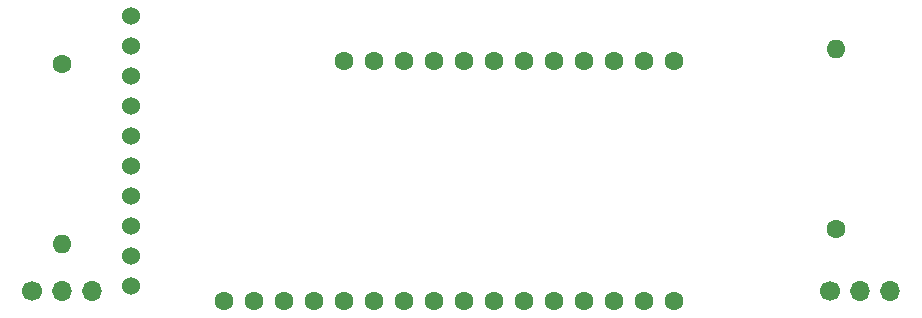
<source format=gbr>
%TF.GenerationSoftware,KiCad,Pcbnew,(7.0.0)*%
%TF.CreationDate,2023-03-09T06:04:35-08:00*%
%TF.ProjectId,Voltage_Sensor_Timer,566f6c74-6167-4655-9f53-656e736f725f,0*%
%TF.SameCoordinates,Original*%
%TF.FileFunction,Soldermask,Top*%
%TF.FilePolarity,Negative*%
%FSLAX46Y46*%
G04 Gerber Fmt 4.6, Leading zero omitted, Abs format (unit mm)*
G04 Created by KiCad (PCBNEW (7.0.0)) date 2023-03-09 06:04:35*
%MOMM*%
%LPD*%
G01*
G04 APERTURE LIST*
%ADD10C,1.600000*%
%ADD11O,1.600000X1.600000*%
%ADD12C,1.700000*%
%ADD13O,1.700000X1.700000*%
%ADD14C,1.524000*%
G04 APERTURE END LIST*
D10*
%TO.C,ESP1*%
X132588000Y-106172000D03*
X135128000Y-106172000D03*
X137668000Y-106172000D03*
X140208000Y-106172000D03*
X142748000Y-106172000D03*
X145288000Y-106172000D03*
X147828000Y-106172000D03*
X150368000Y-106172000D03*
X152908000Y-106172000D03*
X155448000Y-106172000D03*
X157988000Y-106172000D03*
X160528000Y-106172000D03*
X163068000Y-106172000D03*
X165608000Y-106172000D03*
X168148000Y-106172000D03*
X170688000Y-106172000D03*
X142748000Y-85852000D03*
X145288000Y-85852000D03*
X147828000Y-85852000D03*
X150368000Y-85852000D03*
X152908000Y-85852000D03*
X155448000Y-85852000D03*
X157988000Y-85852000D03*
X160528000Y-85852000D03*
X163068000Y-85852000D03*
X165608000Y-85852000D03*
X168148000Y-85852000D03*
X170688000Y-85852000D03*
%TD*%
%TO.C,R2*%
X184404000Y-100076000D03*
D11*
X184403999Y-84835999D03*
%TD*%
D12*
%TO.C,J2*%
X116347000Y-105353000D03*
D13*
X118886999Y-105352999D03*
X121426999Y-105352999D03*
%TD*%
D10*
%TO.C,R3*%
X118872000Y-86106000D03*
D11*
X118871999Y-101345999D03*
%TD*%
D14*
%TO.C,ADS1*%
X124715293Y-89667251D03*
X124715293Y-87127251D03*
X124715293Y-84587251D03*
X124715293Y-82047251D03*
X124715293Y-97287251D03*
X124715293Y-99827251D03*
X124715293Y-104907251D03*
X124715293Y-102367251D03*
X124715293Y-92207251D03*
X124715293Y-94747251D03*
%TD*%
D12*
%TO.C,J3*%
X183896000Y-105353000D03*
D13*
X186435999Y-105352999D03*
X188975999Y-105352999D03*
%TD*%
M02*

</source>
